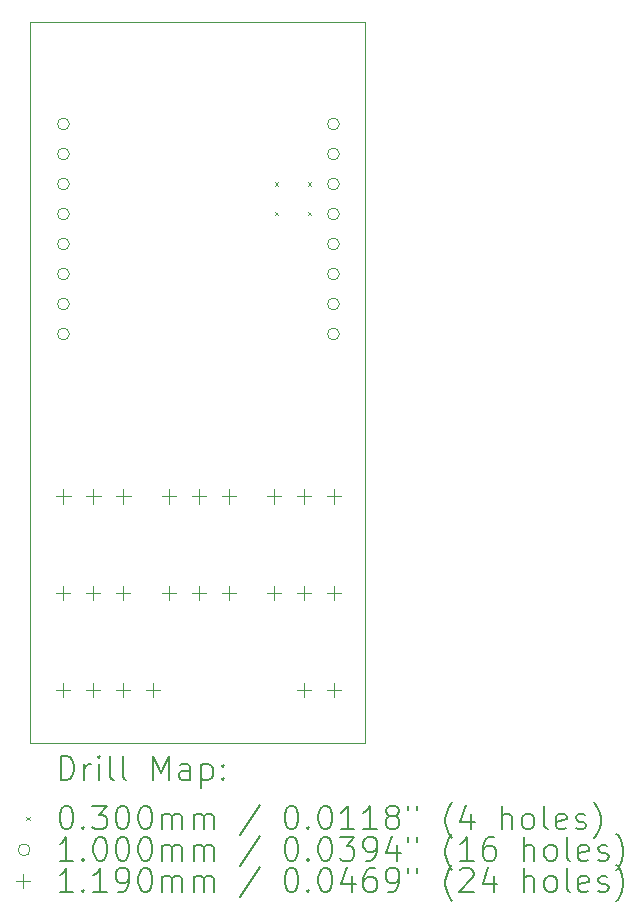
<source format=gbr>
%TF.GenerationSoftware,KiCad,Pcbnew,8.0.4*%
%TF.CreationDate,2024-07-25T20:30:32+02:00*%
%TF.ProjectId,hmmctrl,686d6d63-7472-46c2-9e6b-696361645f70,rev?*%
%TF.SameCoordinates,Original*%
%TF.FileFunction,Drillmap*%
%TF.FilePolarity,Positive*%
%FSLAX45Y45*%
G04 Gerber Fmt 4.5, Leading zero omitted, Abs format (unit mm)*
G04 Created by KiCad (PCBNEW 8.0.4) date 2024-07-25 20:30:32*
%MOMM*%
%LPD*%
G01*
G04 APERTURE LIST*
%ADD10C,0.050000*%
%ADD11C,0.200000*%
%ADD12C,0.100000*%
%ADD13C,0.119000*%
G04 APERTURE END LIST*
D10*
X8795000Y-2970000D02*
X11625000Y-2970000D01*
X11625000Y-9070000D01*
X8795000Y-9070000D01*
X8795000Y-2970000D01*
D11*
D12*
X10865000Y-4325000D02*
X10895000Y-4355000D01*
X10895000Y-4325000D02*
X10865000Y-4355000D01*
X10865000Y-4575000D02*
X10895000Y-4605000D01*
X10895000Y-4575000D02*
X10865000Y-4605000D01*
X11145000Y-4325000D02*
X11175000Y-4355000D01*
X11175000Y-4325000D02*
X11145000Y-4355000D01*
X11145000Y-4575000D02*
X11175000Y-4605000D01*
X11175000Y-4575000D02*
X11145000Y-4605000D01*
X9125500Y-3831000D02*
G75*
G02*
X9025500Y-3831000I-50000J0D01*
G01*
X9025500Y-3831000D02*
G75*
G02*
X9125500Y-3831000I50000J0D01*
G01*
X9125500Y-4085000D02*
G75*
G02*
X9025500Y-4085000I-50000J0D01*
G01*
X9025500Y-4085000D02*
G75*
G02*
X9125500Y-4085000I50000J0D01*
G01*
X9125500Y-4339000D02*
G75*
G02*
X9025500Y-4339000I-50000J0D01*
G01*
X9025500Y-4339000D02*
G75*
G02*
X9125500Y-4339000I50000J0D01*
G01*
X9125500Y-4593000D02*
G75*
G02*
X9025500Y-4593000I-50000J0D01*
G01*
X9025500Y-4593000D02*
G75*
G02*
X9125500Y-4593000I50000J0D01*
G01*
X9125500Y-4847000D02*
G75*
G02*
X9025500Y-4847000I-50000J0D01*
G01*
X9025500Y-4847000D02*
G75*
G02*
X9125500Y-4847000I50000J0D01*
G01*
X9125500Y-5101000D02*
G75*
G02*
X9025500Y-5101000I-50000J0D01*
G01*
X9025500Y-5101000D02*
G75*
G02*
X9125500Y-5101000I50000J0D01*
G01*
X9125500Y-5355000D02*
G75*
G02*
X9025500Y-5355000I-50000J0D01*
G01*
X9025500Y-5355000D02*
G75*
G02*
X9125500Y-5355000I50000J0D01*
G01*
X9125500Y-5609000D02*
G75*
G02*
X9025500Y-5609000I-50000J0D01*
G01*
X9025500Y-5609000D02*
G75*
G02*
X9125500Y-5609000I50000J0D01*
G01*
X11411500Y-3831000D02*
G75*
G02*
X11311500Y-3831000I-50000J0D01*
G01*
X11311500Y-3831000D02*
G75*
G02*
X11411500Y-3831000I50000J0D01*
G01*
X11411500Y-4085000D02*
G75*
G02*
X11311500Y-4085000I-50000J0D01*
G01*
X11311500Y-4085000D02*
G75*
G02*
X11411500Y-4085000I50000J0D01*
G01*
X11411500Y-4339000D02*
G75*
G02*
X11311500Y-4339000I-50000J0D01*
G01*
X11311500Y-4339000D02*
G75*
G02*
X11411500Y-4339000I50000J0D01*
G01*
X11411500Y-4593000D02*
G75*
G02*
X11311500Y-4593000I-50000J0D01*
G01*
X11311500Y-4593000D02*
G75*
G02*
X11411500Y-4593000I50000J0D01*
G01*
X11411500Y-4847000D02*
G75*
G02*
X11311500Y-4847000I-50000J0D01*
G01*
X11311500Y-4847000D02*
G75*
G02*
X11411500Y-4847000I50000J0D01*
G01*
X11411500Y-5101000D02*
G75*
G02*
X11311500Y-5101000I-50000J0D01*
G01*
X11311500Y-5101000D02*
G75*
G02*
X11411500Y-5101000I50000J0D01*
G01*
X11411500Y-5355000D02*
G75*
G02*
X11311500Y-5355000I-50000J0D01*
G01*
X11311500Y-5355000D02*
G75*
G02*
X11411500Y-5355000I50000J0D01*
G01*
X11411500Y-5609000D02*
G75*
G02*
X11311500Y-5609000I-50000J0D01*
G01*
X11311500Y-5609000D02*
G75*
G02*
X11411500Y-5609000I50000J0D01*
G01*
D13*
X9073000Y-8563500D02*
X9073000Y-8682500D01*
X9013500Y-8623000D02*
X9132500Y-8623000D01*
X9075000Y-7745500D02*
X9075000Y-7864500D01*
X9015500Y-7805000D02*
X9134500Y-7805000D01*
X9076000Y-6925500D02*
X9076000Y-7044500D01*
X9016500Y-6985000D02*
X9135500Y-6985000D01*
X9327000Y-8563500D02*
X9327000Y-8682500D01*
X9267500Y-8623000D02*
X9386500Y-8623000D01*
X9329000Y-7745500D02*
X9329000Y-7864500D01*
X9269500Y-7805000D02*
X9388500Y-7805000D01*
X9330000Y-6925500D02*
X9330000Y-7044500D01*
X9270500Y-6985000D02*
X9389500Y-6985000D01*
X9581000Y-8563500D02*
X9581000Y-8682500D01*
X9521500Y-8623000D02*
X9640500Y-8623000D01*
X9583000Y-7745500D02*
X9583000Y-7864500D01*
X9523500Y-7805000D02*
X9642500Y-7805000D01*
X9584000Y-6925500D02*
X9584000Y-7044500D01*
X9524500Y-6985000D02*
X9643500Y-6985000D01*
X9835000Y-8563500D02*
X9835000Y-8682500D01*
X9775500Y-8623000D02*
X9894500Y-8623000D01*
X9967000Y-6925500D02*
X9967000Y-7044500D01*
X9907500Y-6985000D02*
X10026500Y-6985000D01*
X9967500Y-7745500D02*
X9967500Y-7864500D01*
X9908000Y-7805000D02*
X10027000Y-7805000D01*
X10221000Y-6925500D02*
X10221000Y-7044500D01*
X10161500Y-6985000D02*
X10280500Y-6985000D01*
X10221500Y-7745500D02*
X10221500Y-7864500D01*
X10162000Y-7805000D02*
X10281000Y-7805000D01*
X10475000Y-6925500D02*
X10475000Y-7044500D01*
X10415500Y-6985000D02*
X10534500Y-6985000D01*
X10475500Y-7745500D02*
X10475500Y-7864500D01*
X10416000Y-7805000D02*
X10535000Y-7805000D01*
X10860000Y-7746000D02*
X10860000Y-7865000D01*
X10800500Y-7805500D02*
X10919500Y-7805500D01*
X10862000Y-6925500D02*
X10862000Y-7044500D01*
X10802500Y-6985000D02*
X10921500Y-6985000D01*
X11114000Y-7746000D02*
X11114000Y-7865000D01*
X11054500Y-7805500D02*
X11173500Y-7805500D01*
X11116000Y-6925500D02*
X11116000Y-7044500D01*
X11056500Y-6985000D02*
X11175500Y-6985000D01*
X11116000Y-8563500D02*
X11116000Y-8682500D01*
X11056500Y-8623000D02*
X11175500Y-8623000D01*
X11368000Y-7746000D02*
X11368000Y-7865000D01*
X11308500Y-7805500D02*
X11427500Y-7805500D01*
X11370000Y-6925500D02*
X11370000Y-7044500D01*
X11310500Y-6985000D02*
X11429500Y-6985000D01*
X11370000Y-8563500D02*
X11370000Y-8682500D01*
X11310500Y-8623000D02*
X11429500Y-8623000D01*
D11*
X9053277Y-9383984D02*
X9053277Y-9183984D01*
X9053277Y-9183984D02*
X9100896Y-9183984D01*
X9100896Y-9183984D02*
X9129467Y-9193508D01*
X9129467Y-9193508D02*
X9148515Y-9212555D01*
X9148515Y-9212555D02*
X9158039Y-9231603D01*
X9158039Y-9231603D02*
X9167563Y-9269698D01*
X9167563Y-9269698D02*
X9167563Y-9298270D01*
X9167563Y-9298270D02*
X9158039Y-9336365D01*
X9158039Y-9336365D02*
X9148515Y-9355412D01*
X9148515Y-9355412D02*
X9129467Y-9374460D01*
X9129467Y-9374460D02*
X9100896Y-9383984D01*
X9100896Y-9383984D02*
X9053277Y-9383984D01*
X9253277Y-9383984D02*
X9253277Y-9250650D01*
X9253277Y-9288746D02*
X9262801Y-9269698D01*
X9262801Y-9269698D02*
X9272324Y-9260174D01*
X9272324Y-9260174D02*
X9291372Y-9250650D01*
X9291372Y-9250650D02*
X9310420Y-9250650D01*
X9377086Y-9383984D02*
X9377086Y-9250650D01*
X9377086Y-9183984D02*
X9367563Y-9193508D01*
X9367563Y-9193508D02*
X9377086Y-9203031D01*
X9377086Y-9203031D02*
X9386610Y-9193508D01*
X9386610Y-9193508D02*
X9377086Y-9183984D01*
X9377086Y-9183984D02*
X9377086Y-9203031D01*
X9500896Y-9383984D02*
X9481848Y-9374460D01*
X9481848Y-9374460D02*
X9472324Y-9355412D01*
X9472324Y-9355412D02*
X9472324Y-9183984D01*
X9605658Y-9383984D02*
X9586610Y-9374460D01*
X9586610Y-9374460D02*
X9577086Y-9355412D01*
X9577086Y-9355412D02*
X9577086Y-9183984D01*
X9834229Y-9383984D02*
X9834229Y-9183984D01*
X9834229Y-9183984D02*
X9900896Y-9326841D01*
X9900896Y-9326841D02*
X9967563Y-9183984D01*
X9967563Y-9183984D02*
X9967563Y-9383984D01*
X10148515Y-9383984D02*
X10148515Y-9279222D01*
X10148515Y-9279222D02*
X10138991Y-9260174D01*
X10138991Y-9260174D02*
X10119944Y-9250650D01*
X10119944Y-9250650D02*
X10081848Y-9250650D01*
X10081848Y-9250650D02*
X10062801Y-9260174D01*
X10148515Y-9374460D02*
X10129467Y-9383984D01*
X10129467Y-9383984D02*
X10081848Y-9383984D01*
X10081848Y-9383984D02*
X10062801Y-9374460D01*
X10062801Y-9374460D02*
X10053277Y-9355412D01*
X10053277Y-9355412D02*
X10053277Y-9336365D01*
X10053277Y-9336365D02*
X10062801Y-9317317D01*
X10062801Y-9317317D02*
X10081848Y-9307793D01*
X10081848Y-9307793D02*
X10129467Y-9307793D01*
X10129467Y-9307793D02*
X10148515Y-9298270D01*
X10243753Y-9250650D02*
X10243753Y-9450650D01*
X10243753Y-9260174D02*
X10262801Y-9250650D01*
X10262801Y-9250650D02*
X10300896Y-9250650D01*
X10300896Y-9250650D02*
X10319944Y-9260174D01*
X10319944Y-9260174D02*
X10329467Y-9269698D01*
X10329467Y-9269698D02*
X10338991Y-9288746D01*
X10338991Y-9288746D02*
X10338991Y-9345889D01*
X10338991Y-9345889D02*
X10329467Y-9364936D01*
X10329467Y-9364936D02*
X10319944Y-9374460D01*
X10319944Y-9374460D02*
X10300896Y-9383984D01*
X10300896Y-9383984D02*
X10262801Y-9383984D01*
X10262801Y-9383984D02*
X10243753Y-9374460D01*
X10424705Y-9364936D02*
X10434229Y-9374460D01*
X10434229Y-9374460D02*
X10424705Y-9383984D01*
X10424705Y-9383984D02*
X10415182Y-9374460D01*
X10415182Y-9374460D02*
X10424705Y-9364936D01*
X10424705Y-9364936D02*
X10424705Y-9383984D01*
X10424705Y-9260174D02*
X10434229Y-9269698D01*
X10434229Y-9269698D02*
X10424705Y-9279222D01*
X10424705Y-9279222D02*
X10415182Y-9269698D01*
X10415182Y-9269698D02*
X10424705Y-9260174D01*
X10424705Y-9260174D02*
X10424705Y-9279222D01*
D12*
X8762500Y-9697500D02*
X8792500Y-9727500D01*
X8792500Y-9697500D02*
X8762500Y-9727500D01*
D11*
X9091372Y-9603984D02*
X9110420Y-9603984D01*
X9110420Y-9603984D02*
X9129467Y-9613508D01*
X9129467Y-9613508D02*
X9138991Y-9623031D01*
X9138991Y-9623031D02*
X9148515Y-9642079D01*
X9148515Y-9642079D02*
X9158039Y-9680174D01*
X9158039Y-9680174D02*
X9158039Y-9727793D01*
X9158039Y-9727793D02*
X9148515Y-9765889D01*
X9148515Y-9765889D02*
X9138991Y-9784936D01*
X9138991Y-9784936D02*
X9129467Y-9794460D01*
X9129467Y-9794460D02*
X9110420Y-9803984D01*
X9110420Y-9803984D02*
X9091372Y-9803984D01*
X9091372Y-9803984D02*
X9072324Y-9794460D01*
X9072324Y-9794460D02*
X9062801Y-9784936D01*
X9062801Y-9784936D02*
X9053277Y-9765889D01*
X9053277Y-9765889D02*
X9043753Y-9727793D01*
X9043753Y-9727793D02*
X9043753Y-9680174D01*
X9043753Y-9680174D02*
X9053277Y-9642079D01*
X9053277Y-9642079D02*
X9062801Y-9623031D01*
X9062801Y-9623031D02*
X9072324Y-9613508D01*
X9072324Y-9613508D02*
X9091372Y-9603984D01*
X9243753Y-9784936D02*
X9253277Y-9794460D01*
X9253277Y-9794460D02*
X9243753Y-9803984D01*
X9243753Y-9803984D02*
X9234229Y-9794460D01*
X9234229Y-9794460D02*
X9243753Y-9784936D01*
X9243753Y-9784936D02*
X9243753Y-9803984D01*
X9319944Y-9603984D02*
X9443753Y-9603984D01*
X9443753Y-9603984D02*
X9377086Y-9680174D01*
X9377086Y-9680174D02*
X9405658Y-9680174D01*
X9405658Y-9680174D02*
X9424705Y-9689698D01*
X9424705Y-9689698D02*
X9434229Y-9699222D01*
X9434229Y-9699222D02*
X9443753Y-9718270D01*
X9443753Y-9718270D02*
X9443753Y-9765889D01*
X9443753Y-9765889D02*
X9434229Y-9784936D01*
X9434229Y-9784936D02*
X9424705Y-9794460D01*
X9424705Y-9794460D02*
X9405658Y-9803984D01*
X9405658Y-9803984D02*
X9348515Y-9803984D01*
X9348515Y-9803984D02*
X9329467Y-9794460D01*
X9329467Y-9794460D02*
X9319944Y-9784936D01*
X9567563Y-9603984D02*
X9586610Y-9603984D01*
X9586610Y-9603984D02*
X9605658Y-9613508D01*
X9605658Y-9613508D02*
X9615182Y-9623031D01*
X9615182Y-9623031D02*
X9624705Y-9642079D01*
X9624705Y-9642079D02*
X9634229Y-9680174D01*
X9634229Y-9680174D02*
X9634229Y-9727793D01*
X9634229Y-9727793D02*
X9624705Y-9765889D01*
X9624705Y-9765889D02*
X9615182Y-9784936D01*
X9615182Y-9784936D02*
X9605658Y-9794460D01*
X9605658Y-9794460D02*
X9586610Y-9803984D01*
X9586610Y-9803984D02*
X9567563Y-9803984D01*
X9567563Y-9803984D02*
X9548515Y-9794460D01*
X9548515Y-9794460D02*
X9538991Y-9784936D01*
X9538991Y-9784936D02*
X9529467Y-9765889D01*
X9529467Y-9765889D02*
X9519944Y-9727793D01*
X9519944Y-9727793D02*
X9519944Y-9680174D01*
X9519944Y-9680174D02*
X9529467Y-9642079D01*
X9529467Y-9642079D02*
X9538991Y-9623031D01*
X9538991Y-9623031D02*
X9548515Y-9613508D01*
X9548515Y-9613508D02*
X9567563Y-9603984D01*
X9758039Y-9603984D02*
X9777086Y-9603984D01*
X9777086Y-9603984D02*
X9796134Y-9613508D01*
X9796134Y-9613508D02*
X9805658Y-9623031D01*
X9805658Y-9623031D02*
X9815182Y-9642079D01*
X9815182Y-9642079D02*
X9824705Y-9680174D01*
X9824705Y-9680174D02*
X9824705Y-9727793D01*
X9824705Y-9727793D02*
X9815182Y-9765889D01*
X9815182Y-9765889D02*
X9805658Y-9784936D01*
X9805658Y-9784936D02*
X9796134Y-9794460D01*
X9796134Y-9794460D02*
X9777086Y-9803984D01*
X9777086Y-9803984D02*
X9758039Y-9803984D01*
X9758039Y-9803984D02*
X9738991Y-9794460D01*
X9738991Y-9794460D02*
X9729467Y-9784936D01*
X9729467Y-9784936D02*
X9719944Y-9765889D01*
X9719944Y-9765889D02*
X9710420Y-9727793D01*
X9710420Y-9727793D02*
X9710420Y-9680174D01*
X9710420Y-9680174D02*
X9719944Y-9642079D01*
X9719944Y-9642079D02*
X9729467Y-9623031D01*
X9729467Y-9623031D02*
X9738991Y-9613508D01*
X9738991Y-9613508D02*
X9758039Y-9603984D01*
X9910420Y-9803984D02*
X9910420Y-9670650D01*
X9910420Y-9689698D02*
X9919944Y-9680174D01*
X9919944Y-9680174D02*
X9938991Y-9670650D01*
X9938991Y-9670650D02*
X9967563Y-9670650D01*
X9967563Y-9670650D02*
X9986610Y-9680174D01*
X9986610Y-9680174D02*
X9996134Y-9699222D01*
X9996134Y-9699222D02*
X9996134Y-9803984D01*
X9996134Y-9699222D02*
X10005658Y-9680174D01*
X10005658Y-9680174D02*
X10024705Y-9670650D01*
X10024705Y-9670650D02*
X10053277Y-9670650D01*
X10053277Y-9670650D02*
X10072325Y-9680174D01*
X10072325Y-9680174D02*
X10081848Y-9699222D01*
X10081848Y-9699222D02*
X10081848Y-9803984D01*
X10177086Y-9803984D02*
X10177086Y-9670650D01*
X10177086Y-9689698D02*
X10186610Y-9680174D01*
X10186610Y-9680174D02*
X10205658Y-9670650D01*
X10205658Y-9670650D02*
X10234229Y-9670650D01*
X10234229Y-9670650D02*
X10253277Y-9680174D01*
X10253277Y-9680174D02*
X10262801Y-9699222D01*
X10262801Y-9699222D02*
X10262801Y-9803984D01*
X10262801Y-9699222D02*
X10272325Y-9680174D01*
X10272325Y-9680174D02*
X10291372Y-9670650D01*
X10291372Y-9670650D02*
X10319944Y-9670650D01*
X10319944Y-9670650D02*
X10338991Y-9680174D01*
X10338991Y-9680174D02*
X10348515Y-9699222D01*
X10348515Y-9699222D02*
X10348515Y-9803984D01*
X10738991Y-9594460D02*
X10567563Y-9851603D01*
X10996134Y-9603984D02*
X11015182Y-9603984D01*
X11015182Y-9603984D02*
X11034229Y-9613508D01*
X11034229Y-9613508D02*
X11043753Y-9623031D01*
X11043753Y-9623031D02*
X11053277Y-9642079D01*
X11053277Y-9642079D02*
X11062801Y-9680174D01*
X11062801Y-9680174D02*
X11062801Y-9727793D01*
X11062801Y-9727793D02*
X11053277Y-9765889D01*
X11053277Y-9765889D02*
X11043753Y-9784936D01*
X11043753Y-9784936D02*
X11034229Y-9794460D01*
X11034229Y-9794460D02*
X11015182Y-9803984D01*
X11015182Y-9803984D02*
X10996134Y-9803984D01*
X10996134Y-9803984D02*
X10977087Y-9794460D01*
X10977087Y-9794460D02*
X10967563Y-9784936D01*
X10967563Y-9784936D02*
X10958039Y-9765889D01*
X10958039Y-9765889D02*
X10948515Y-9727793D01*
X10948515Y-9727793D02*
X10948515Y-9680174D01*
X10948515Y-9680174D02*
X10958039Y-9642079D01*
X10958039Y-9642079D02*
X10967563Y-9623031D01*
X10967563Y-9623031D02*
X10977087Y-9613508D01*
X10977087Y-9613508D02*
X10996134Y-9603984D01*
X11148515Y-9784936D02*
X11158039Y-9794460D01*
X11158039Y-9794460D02*
X11148515Y-9803984D01*
X11148515Y-9803984D02*
X11138991Y-9794460D01*
X11138991Y-9794460D02*
X11148515Y-9784936D01*
X11148515Y-9784936D02*
X11148515Y-9803984D01*
X11281848Y-9603984D02*
X11300896Y-9603984D01*
X11300896Y-9603984D02*
X11319944Y-9613508D01*
X11319944Y-9613508D02*
X11329467Y-9623031D01*
X11329467Y-9623031D02*
X11338991Y-9642079D01*
X11338991Y-9642079D02*
X11348515Y-9680174D01*
X11348515Y-9680174D02*
X11348515Y-9727793D01*
X11348515Y-9727793D02*
X11338991Y-9765889D01*
X11338991Y-9765889D02*
X11329467Y-9784936D01*
X11329467Y-9784936D02*
X11319944Y-9794460D01*
X11319944Y-9794460D02*
X11300896Y-9803984D01*
X11300896Y-9803984D02*
X11281848Y-9803984D01*
X11281848Y-9803984D02*
X11262801Y-9794460D01*
X11262801Y-9794460D02*
X11253277Y-9784936D01*
X11253277Y-9784936D02*
X11243753Y-9765889D01*
X11243753Y-9765889D02*
X11234229Y-9727793D01*
X11234229Y-9727793D02*
X11234229Y-9680174D01*
X11234229Y-9680174D02*
X11243753Y-9642079D01*
X11243753Y-9642079D02*
X11253277Y-9623031D01*
X11253277Y-9623031D02*
X11262801Y-9613508D01*
X11262801Y-9613508D02*
X11281848Y-9603984D01*
X11538991Y-9803984D02*
X11424706Y-9803984D01*
X11481848Y-9803984D02*
X11481848Y-9603984D01*
X11481848Y-9603984D02*
X11462801Y-9632555D01*
X11462801Y-9632555D02*
X11443753Y-9651603D01*
X11443753Y-9651603D02*
X11424706Y-9661127D01*
X11729467Y-9803984D02*
X11615182Y-9803984D01*
X11672325Y-9803984D02*
X11672325Y-9603984D01*
X11672325Y-9603984D02*
X11653277Y-9632555D01*
X11653277Y-9632555D02*
X11634229Y-9651603D01*
X11634229Y-9651603D02*
X11615182Y-9661127D01*
X11843753Y-9689698D02*
X11824706Y-9680174D01*
X11824706Y-9680174D02*
X11815182Y-9670650D01*
X11815182Y-9670650D02*
X11805658Y-9651603D01*
X11805658Y-9651603D02*
X11805658Y-9642079D01*
X11805658Y-9642079D02*
X11815182Y-9623031D01*
X11815182Y-9623031D02*
X11824706Y-9613508D01*
X11824706Y-9613508D02*
X11843753Y-9603984D01*
X11843753Y-9603984D02*
X11881848Y-9603984D01*
X11881848Y-9603984D02*
X11900896Y-9613508D01*
X11900896Y-9613508D02*
X11910420Y-9623031D01*
X11910420Y-9623031D02*
X11919944Y-9642079D01*
X11919944Y-9642079D02*
X11919944Y-9651603D01*
X11919944Y-9651603D02*
X11910420Y-9670650D01*
X11910420Y-9670650D02*
X11900896Y-9680174D01*
X11900896Y-9680174D02*
X11881848Y-9689698D01*
X11881848Y-9689698D02*
X11843753Y-9689698D01*
X11843753Y-9689698D02*
X11824706Y-9699222D01*
X11824706Y-9699222D02*
X11815182Y-9708746D01*
X11815182Y-9708746D02*
X11805658Y-9727793D01*
X11805658Y-9727793D02*
X11805658Y-9765889D01*
X11805658Y-9765889D02*
X11815182Y-9784936D01*
X11815182Y-9784936D02*
X11824706Y-9794460D01*
X11824706Y-9794460D02*
X11843753Y-9803984D01*
X11843753Y-9803984D02*
X11881848Y-9803984D01*
X11881848Y-9803984D02*
X11900896Y-9794460D01*
X11900896Y-9794460D02*
X11910420Y-9784936D01*
X11910420Y-9784936D02*
X11919944Y-9765889D01*
X11919944Y-9765889D02*
X11919944Y-9727793D01*
X11919944Y-9727793D02*
X11910420Y-9708746D01*
X11910420Y-9708746D02*
X11900896Y-9699222D01*
X11900896Y-9699222D02*
X11881848Y-9689698D01*
X11996134Y-9603984D02*
X11996134Y-9642079D01*
X12072325Y-9603984D02*
X12072325Y-9642079D01*
X12367563Y-9880174D02*
X12358039Y-9870650D01*
X12358039Y-9870650D02*
X12338991Y-9842079D01*
X12338991Y-9842079D02*
X12329468Y-9823031D01*
X12329468Y-9823031D02*
X12319944Y-9794460D01*
X12319944Y-9794460D02*
X12310420Y-9746841D01*
X12310420Y-9746841D02*
X12310420Y-9708746D01*
X12310420Y-9708746D02*
X12319944Y-9661127D01*
X12319944Y-9661127D02*
X12329468Y-9632555D01*
X12329468Y-9632555D02*
X12338991Y-9613508D01*
X12338991Y-9613508D02*
X12358039Y-9584936D01*
X12358039Y-9584936D02*
X12367563Y-9575412D01*
X12529468Y-9670650D02*
X12529468Y-9803984D01*
X12481848Y-9594460D02*
X12434229Y-9737317D01*
X12434229Y-9737317D02*
X12558039Y-9737317D01*
X12786610Y-9803984D02*
X12786610Y-9603984D01*
X12872325Y-9803984D02*
X12872325Y-9699222D01*
X12872325Y-9699222D02*
X12862801Y-9680174D01*
X12862801Y-9680174D02*
X12843753Y-9670650D01*
X12843753Y-9670650D02*
X12815182Y-9670650D01*
X12815182Y-9670650D02*
X12796134Y-9680174D01*
X12796134Y-9680174D02*
X12786610Y-9689698D01*
X12996134Y-9803984D02*
X12977087Y-9794460D01*
X12977087Y-9794460D02*
X12967563Y-9784936D01*
X12967563Y-9784936D02*
X12958039Y-9765889D01*
X12958039Y-9765889D02*
X12958039Y-9708746D01*
X12958039Y-9708746D02*
X12967563Y-9689698D01*
X12967563Y-9689698D02*
X12977087Y-9680174D01*
X12977087Y-9680174D02*
X12996134Y-9670650D01*
X12996134Y-9670650D02*
X13024706Y-9670650D01*
X13024706Y-9670650D02*
X13043753Y-9680174D01*
X13043753Y-9680174D02*
X13053277Y-9689698D01*
X13053277Y-9689698D02*
X13062801Y-9708746D01*
X13062801Y-9708746D02*
X13062801Y-9765889D01*
X13062801Y-9765889D02*
X13053277Y-9784936D01*
X13053277Y-9784936D02*
X13043753Y-9794460D01*
X13043753Y-9794460D02*
X13024706Y-9803984D01*
X13024706Y-9803984D02*
X12996134Y-9803984D01*
X13177087Y-9803984D02*
X13158039Y-9794460D01*
X13158039Y-9794460D02*
X13148515Y-9775412D01*
X13148515Y-9775412D02*
X13148515Y-9603984D01*
X13329468Y-9794460D02*
X13310420Y-9803984D01*
X13310420Y-9803984D02*
X13272325Y-9803984D01*
X13272325Y-9803984D02*
X13253277Y-9794460D01*
X13253277Y-9794460D02*
X13243753Y-9775412D01*
X13243753Y-9775412D02*
X13243753Y-9699222D01*
X13243753Y-9699222D02*
X13253277Y-9680174D01*
X13253277Y-9680174D02*
X13272325Y-9670650D01*
X13272325Y-9670650D02*
X13310420Y-9670650D01*
X13310420Y-9670650D02*
X13329468Y-9680174D01*
X13329468Y-9680174D02*
X13338991Y-9699222D01*
X13338991Y-9699222D02*
X13338991Y-9718270D01*
X13338991Y-9718270D02*
X13243753Y-9737317D01*
X13415182Y-9794460D02*
X13434230Y-9803984D01*
X13434230Y-9803984D02*
X13472325Y-9803984D01*
X13472325Y-9803984D02*
X13491372Y-9794460D01*
X13491372Y-9794460D02*
X13500896Y-9775412D01*
X13500896Y-9775412D02*
X13500896Y-9765889D01*
X13500896Y-9765889D02*
X13491372Y-9746841D01*
X13491372Y-9746841D02*
X13472325Y-9737317D01*
X13472325Y-9737317D02*
X13443753Y-9737317D01*
X13443753Y-9737317D02*
X13424706Y-9727793D01*
X13424706Y-9727793D02*
X13415182Y-9708746D01*
X13415182Y-9708746D02*
X13415182Y-9699222D01*
X13415182Y-9699222D02*
X13424706Y-9680174D01*
X13424706Y-9680174D02*
X13443753Y-9670650D01*
X13443753Y-9670650D02*
X13472325Y-9670650D01*
X13472325Y-9670650D02*
X13491372Y-9680174D01*
X13567563Y-9880174D02*
X13577087Y-9870650D01*
X13577087Y-9870650D02*
X13596134Y-9842079D01*
X13596134Y-9842079D02*
X13605658Y-9823031D01*
X13605658Y-9823031D02*
X13615182Y-9794460D01*
X13615182Y-9794460D02*
X13624706Y-9746841D01*
X13624706Y-9746841D02*
X13624706Y-9708746D01*
X13624706Y-9708746D02*
X13615182Y-9661127D01*
X13615182Y-9661127D02*
X13605658Y-9632555D01*
X13605658Y-9632555D02*
X13596134Y-9613508D01*
X13596134Y-9613508D02*
X13577087Y-9584936D01*
X13577087Y-9584936D02*
X13567563Y-9575412D01*
D12*
X8792500Y-9976500D02*
G75*
G02*
X8692500Y-9976500I-50000J0D01*
G01*
X8692500Y-9976500D02*
G75*
G02*
X8792500Y-9976500I50000J0D01*
G01*
D11*
X9158039Y-10067984D02*
X9043753Y-10067984D01*
X9100896Y-10067984D02*
X9100896Y-9867984D01*
X9100896Y-9867984D02*
X9081848Y-9896555D01*
X9081848Y-9896555D02*
X9062801Y-9915603D01*
X9062801Y-9915603D02*
X9043753Y-9925127D01*
X9243753Y-10048936D02*
X9253277Y-10058460D01*
X9253277Y-10058460D02*
X9243753Y-10067984D01*
X9243753Y-10067984D02*
X9234229Y-10058460D01*
X9234229Y-10058460D02*
X9243753Y-10048936D01*
X9243753Y-10048936D02*
X9243753Y-10067984D01*
X9377086Y-9867984D02*
X9396134Y-9867984D01*
X9396134Y-9867984D02*
X9415182Y-9877508D01*
X9415182Y-9877508D02*
X9424705Y-9887031D01*
X9424705Y-9887031D02*
X9434229Y-9906079D01*
X9434229Y-9906079D02*
X9443753Y-9944174D01*
X9443753Y-9944174D02*
X9443753Y-9991793D01*
X9443753Y-9991793D02*
X9434229Y-10029889D01*
X9434229Y-10029889D02*
X9424705Y-10048936D01*
X9424705Y-10048936D02*
X9415182Y-10058460D01*
X9415182Y-10058460D02*
X9396134Y-10067984D01*
X9396134Y-10067984D02*
X9377086Y-10067984D01*
X9377086Y-10067984D02*
X9358039Y-10058460D01*
X9358039Y-10058460D02*
X9348515Y-10048936D01*
X9348515Y-10048936D02*
X9338991Y-10029889D01*
X9338991Y-10029889D02*
X9329467Y-9991793D01*
X9329467Y-9991793D02*
X9329467Y-9944174D01*
X9329467Y-9944174D02*
X9338991Y-9906079D01*
X9338991Y-9906079D02*
X9348515Y-9887031D01*
X9348515Y-9887031D02*
X9358039Y-9877508D01*
X9358039Y-9877508D02*
X9377086Y-9867984D01*
X9567563Y-9867984D02*
X9586610Y-9867984D01*
X9586610Y-9867984D02*
X9605658Y-9877508D01*
X9605658Y-9877508D02*
X9615182Y-9887031D01*
X9615182Y-9887031D02*
X9624705Y-9906079D01*
X9624705Y-9906079D02*
X9634229Y-9944174D01*
X9634229Y-9944174D02*
X9634229Y-9991793D01*
X9634229Y-9991793D02*
X9624705Y-10029889D01*
X9624705Y-10029889D02*
X9615182Y-10048936D01*
X9615182Y-10048936D02*
X9605658Y-10058460D01*
X9605658Y-10058460D02*
X9586610Y-10067984D01*
X9586610Y-10067984D02*
X9567563Y-10067984D01*
X9567563Y-10067984D02*
X9548515Y-10058460D01*
X9548515Y-10058460D02*
X9538991Y-10048936D01*
X9538991Y-10048936D02*
X9529467Y-10029889D01*
X9529467Y-10029889D02*
X9519944Y-9991793D01*
X9519944Y-9991793D02*
X9519944Y-9944174D01*
X9519944Y-9944174D02*
X9529467Y-9906079D01*
X9529467Y-9906079D02*
X9538991Y-9887031D01*
X9538991Y-9887031D02*
X9548515Y-9877508D01*
X9548515Y-9877508D02*
X9567563Y-9867984D01*
X9758039Y-9867984D02*
X9777086Y-9867984D01*
X9777086Y-9867984D02*
X9796134Y-9877508D01*
X9796134Y-9877508D02*
X9805658Y-9887031D01*
X9805658Y-9887031D02*
X9815182Y-9906079D01*
X9815182Y-9906079D02*
X9824705Y-9944174D01*
X9824705Y-9944174D02*
X9824705Y-9991793D01*
X9824705Y-9991793D02*
X9815182Y-10029889D01*
X9815182Y-10029889D02*
X9805658Y-10048936D01*
X9805658Y-10048936D02*
X9796134Y-10058460D01*
X9796134Y-10058460D02*
X9777086Y-10067984D01*
X9777086Y-10067984D02*
X9758039Y-10067984D01*
X9758039Y-10067984D02*
X9738991Y-10058460D01*
X9738991Y-10058460D02*
X9729467Y-10048936D01*
X9729467Y-10048936D02*
X9719944Y-10029889D01*
X9719944Y-10029889D02*
X9710420Y-9991793D01*
X9710420Y-9991793D02*
X9710420Y-9944174D01*
X9710420Y-9944174D02*
X9719944Y-9906079D01*
X9719944Y-9906079D02*
X9729467Y-9887031D01*
X9729467Y-9887031D02*
X9738991Y-9877508D01*
X9738991Y-9877508D02*
X9758039Y-9867984D01*
X9910420Y-10067984D02*
X9910420Y-9934650D01*
X9910420Y-9953698D02*
X9919944Y-9944174D01*
X9919944Y-9944174D02*
X9938991Y-9934650D01*
X9938991Y-9934650D02*
X9967563Y-9934650D01*
X9967563Y-9934650D02*
X9986610Y-9944174D01*
X9986610Y-9944174D02*
X9996134Y-9963222D01*
X9996134Y-9963222D02*
X9996134Y-10067984D01*
X9996134Y-9963222D02*
X10005658Y-9944174D01*
X10005658Y-9944174D02*
X10024705Y-9934650D01*
X10024705Y-9934650D02*
X10053277Y-9934650D01*
X10053277Y-9934650D02*
X10072325Y-9944174D01*
X10072325Y-9944174D02*
X10081848Y-9963222D01*
X10081848Y-9963222D02*
X10081848Y-10067984D01*
X10177086Y-10067984D02*
X10177086Y-9934650D01*
X10177086Y-9953698D02*
X10186610Y-9944174D01*
X10186610Y-9944174D02*
X10205658Y-9934650D01*
X10205658Y-9934650D02*
X10234229Y-9934650D01*
X10234229Y-9934650D02*
X10253277Y-9944174D01*
X10253277Y-9944174D02*
X10262801Y-9963222D01*
X10262801Y-9963222D02*
X10262801Y-10067984D01*
X10262801Y-9963222D02*
X10272325Y-9944174D01*
X10272325Y-9944174D02*
X10291372Y-9934650D01*
X10291372Y-9934650D02*
X10319944Y-9934650D01*
X10319944Y-9934650D02*
X10338991Y-9944174D01*
X10338991Y-9944174D02*
X10348515Y-9963222D01*
X10348515Y-9963222D02*
X10348515Y-10067984D01*
X10738991Y-9858460D02*
X10567563Y-10115603D01*
X10996134Y-9867984D02*
X11015182Y-9867984D01*
X11015182Y-9867984D02*
X11034229Y-9877508D01*
X11034229Y-9877508D02*
X11043753Y-9887031D01*
X11043753Y-9887031D02*
X11053277Y-9906079D01*
X11053277Y-9906079D02*
X11062801Y-9944174D01*
X11062801Y-9944174D02*
X11062801Y-9991793D01*
X11062801Y-9991793D02*
X11053277Y-10029889D01*
X11053277Y-10029889D02*
X11043753Y-10048936D01*
X11043753Y-10048936D02*
X11034229Y-10058460D01*
X11034229Y-10058460D02*
X11015182Y-10067984D01*
X11015182Y-10067984D02*
X10996134Y-10067984D01*
X10996134Y-10067984D02*
X10977087Y-10058460D01*
X10977087Y-10058460D02*
X10967563Y-10048936D01*
X10967563Y-10048936D02*
X10958039Y-10029889D01*
X10958039Y-10029889D02*
X10948515Y-9991793D01*
X10948515Y-9991793D02*
X10948515Y-9944174D01*
X10948515Y-9944174D02*
X10958039Y-9906079D01*
X10958039Y-9906079D02*
X10967563Y-9887031D01*
X10967563Y-9887031D02*
X10977087Y-9877508D01*
X10977087Y-9877508D02*
X10996134Y-9867984D01*
X11148515Y-10048936D02*
X11158039Y-10058460D01*
X11158039Y-10058460D02*
X11148515Y-10067984D01*
X11148515Y-10067984D02*
X11138991Y-10058460D01*
X11138991Y-10058460D02*
X11148515Y-10048936D01*
X11148515Y-10048936D02*
X11148515Y-10067984D01*
X11281848Y-9867984D02*
X11300896Y-9867984D01*
X11300896Y-9867984D02*
X11319944Y-9877508D01*
X11319944Y-9877508D02*
X11329467Y-9887031D01*
X11329467Y-9887031D02*
X11338991Y-9906079D01*
X11338991Y-9906079D02*
X11348515Y-9944174D01*
X11348515Y-9944174D02*
X11348515Y-9991793D01*
X11348515Y-9991793D02*
X11338991Y-10029889D01*
X11338991Y-10029889D02*
X11329467Y-10048936D01*
X11329467Y-10048936D02*
X11319944Y-10058460D01*
X11319944Y-10058460D02*
X11300896Y-10067984D01*
X11300896Y-10067984D02*
X11281848Y-10067984D01*
X11281848Y-10067984D02*
X11262801Y-10058460D01*
X11262801Y-10058460D02*
X11253277Y-10048936D01*
X11253277Y-10048936D02*
X11243753Y-10029889D01*
X11243753Y-10029889D02*
X11234229Y-9991793D01*
X11234229Y-9991793D02*
X11234229Y-9944174D01*
X11234229Y-9944174D02*
X11243753Y-9906079D01*
X11243753Y-9906079D02*
X11253277Y-9887031D01*
X11253277Y-9887031D02*
X11262801Y-9877508D01*
X11262801Y-9877508D02*
X11281848Y-9867984D01*
X11415182Y-9867984D02*
X11538991Y-9867984D01*
X11538991Y-9867984D02*
X11472325Y-9944174D01*
X11472325Y-9944174D02*
X11500896Y-9944174D01*
X11500896Y-9944174D02*
X11519944Y-9953698D01*
X11519944Y-9953698D02*
X11529467Y-9963222D01*
X11529467Y-9963222D02*
X11538991Y-9982270D01*
X11538991Y-9982270D02*
X11538991Y-10029889D01*
X11538991Y-10029889D02*
X11529467Y-10048936D01*
X11529467Y-10048936D02*
X11519944Y-10058460D01*
X11519944Y-10058460D02*
X11500896Y-10067984D01*
X11500896Y-10067984D02*
X11443753Y-10067984D01*
X11443753Y-10067984D02*
X11424706Y-10058460D01*
X11424706Y-10058460D02*
X11415182Y-10048936D01*
X11634229Y-10067984D02*
X11672325Y-10067984D01*
X11672325Y-10067984D02*
X11691372Y-10058460D01*
X11691372Y-10058460D02*
X11700896Y-10048936D01*
X11700896Y-10048936D02*
X11719944Y-10020365D01*
X11719944Y-10020365D02*
X11729467Y-9982270D01*
X11729467Y-9982270D02*
X11729467Y-9906079D01*
X11729467Y-9906079D02*
X11719944Y-9887031D01*
X11719944Y-9887031D02*
X11710420Y-9877508D01*
X11710420Y-9877508D02*
X11691372Y-9867984D01*
X11691372Y-9867984D02*
X11653277Y-9867984D01*
X11653277Y-9867984D02*
X11634229Y-9877508D01*
X11634229Y-9877508D02*
X11624706Y-9887031D01*
X11624706Y-9887031D02*
X11615182Y-9906079D01*
X11615182Y-9906079D02*
X11615182Y-9953698D01*
X11615182Y-9953698D02*
X11624706Y-9972746D01*
X11624706Y-9972746D02*
X11634229Y-9982270D01*
X11634229Y-9982270D02*
X11653277Y-9991793D01*
X11653277Y-9991793D02*
X11691372Y-9991793D01*
X11691372Y-9991793D02*
X11710420Y-9982270D01*
X11710420Y-9982270D02*
X11719944Y-9972746D01*
X11719944Y-9972746D02*
X11729467Y-9953698D01*
X11900896Y-9934650D02*
X11900896Y-10067984D01*
X11853277Y-9858460D02*
X11805658Y-10001317D01*
X11805658Y-10001317D02*
X11929467Y-10001317D01*
X11996134Y-9867984D02*
X11996134Y-9906079D01*
X12072325Y-9867984D02*
X12072325Y-9906079D01*
X12367563Y-10144174D02*
X12358039Y-10134650D01*
X12358039Y-10134650D02*
X12338991Y-10106079D01*
X12338991Y-10106079D02*
X12329468Y-10087031D01*
X12329468Y-10087031D02*
X12319944Y-10058460D01*
X12319944Y-10058460D02*
X12310420Y-10010841D01*
X12310420Y-10010841D02*
X12310420Y-9972746D01*
X12310420Y-9972746D02*
X12319944Y-9925127D01*
X12319944Y-9925127D02*
X12329468Y-9896555D01*
X12329468Y-9896555D02*
X12338991Y-9877508D01*
X12338991Y-9877508D02*
X12358039Y-9848936D01*
X12358039Y-9848936D02*
X12367563Y-9839412D01*
X12548515Y-10067984D02*
X12434229Y-10067984D01*
X12491372Y-10067984D02*
X12491372Y-9867984D01*
X12491372Y-9867984D02*
X12472325Y-9896555D01*
X12472325Y-9896555D02*
X12453277Y-9915603D01*
X12453277Y-9915603D02*
X12434229Y-9925127D01*
X12719944Y-9867984D02*
X12681848Y-9867984D01*
X12681848Y-9867984D02*
X12662801Y-9877508D01*
X12662801Y-9877508D02*
X12653277Y-9887031D01*
X12653277Y-9887031D02*
X12634229Y-9915603D01*
X12634229Y-9915603D02*
X12624706Y-9953698D01*
X12624706Y-9953698D02*
X12624706Y-10029889D01*
X12624706Y-10029889D02*
X12634229Y-10048936D01*
X12634229Y-10048936D02*
X12643753Y-10058460D01*
X12643753Y-10058460D02*
X12662801Y-10067984D01*
X12662801Y-10067984D02*
X12700896Y-10067984D01*
X12700896Y-10067984D02*
X12719944Y-10058460D01*
X12719944Y-10058460D02*
X12729468Y-10048936D01*
X12729468Y-10048936D02*
X12738991Y-10029889D01*
X12738991Y-10029889D02*
X12738991Y-9982270D01*
X12738991Y-9982270D02*
X12729468Y-9963222D01*
X12729468Y-9963222D02*
X12719944Y-9953698D01*
X12719944Y-9953698D02*
X12700896Y-9944174D01*
X12700896Y-9944174D02*
X12662801Y-9944174D01*
X12662801Y-9944174D02*
X12643753Y-9953698D01*
X12643753Y-9953698D02*
X12634229Y-9963222D01*
X12634229Y-9963222D02*
X12624706Y-9982270D01*
X12977087Y-10067984D02*
X12977087Y-9867984D01*
X13062801Y-10067984D02*
X13062801Y-9963222D01*
X13062801Y-9963222D02*
X13053277Y-9944174D01*
X13053277Y-9944174D02*
X13034230Y-9934650D01*
X13034230Y-9934650D02*
X13005658Y-9934650D01*
X13005658Y-9934650D02*
X12986610Y-9944174D01*
X12986610Y-9944174D02*
X12977087Y-9953698D01*
X13186610Y-10067984D02*
X13167563Y-10058460D01*
X13167563Y-10058460D02*
X13158039Y-10048936D01*
X13158039Y-10048936D02*
X13148515Y-10029889D01*
X13148515Y-10029889D02*
X13148515Y-9972746D01*
X13148515Y-9972746D02*
X13158039Y-9953698D01*
X13158039Y-9953698D02*
X13167563Y-9944174D01*
X13167563Y-9944174D02*
X13186610Y-9934650D01*
X13186610Y-9934650D02*
X13215182Y-9934650D01*
X13215182Y-9934650D02*
X13234230Y-9944174D01*
X13234230Y-9944174D02*
X13243753Y-9953698D01*
X13243753Y-9953698D02*
X13253277Y-9972746D01*
X13253277Y-9972746D02*
X13253277Y-10029889D01*
X13253277Y-10029889D02*
X13243753Y-10048936D01*
X13243753Y-10048936D02*
X13234230Y-10058460D01*
X13234230Y-10058460D02*
X13215182Y-10067984D01*
X13215182Y-10067984D02*
X13186610Y-10067984D01*
X13367563Y-10067984D02*
X13348515Y-10058460D01*
X13348515Y-10058460D02*
X13338991Y-10039412D01*
X13338991Y-10039412D02*
X13338991Y-9867984D01*
X13519944Y-10058460D02*
X13500896Y-10067984D01*
X13500896Y-10067984D02*
X13462801Y-10067984D01*
X13462801Y-10067984D02*
X13443753Y-10058460D01*
X13443753Y-10058460D02*
X13434230Y-10039412D01*
X13434230Y-10039412D02*
X13434230Y-9963222D01*
X13434230Y-9963222D02*
X13443753Y-9944174D01*
X13443753Y-9944174D02*
X13462801Y-9934650D01*
X13462801Y-9934650D02*
X13500896Y-9934650D01*
X13500896Y-9934650D02*
X13519944Y-9944174D01*
X13519944Y-9944174D02*
X13529468Y-9963222D01*
X13529468Y-9963222D02*
X13529468Y-9982270D01*
X13529468Y-9982270D02*
X13434230Y-10001317D01*
X13605658Y-10058460D02*
X13624706Y-10067984D01*
X13624706Y-10067984D02*
X13662801Y-10067984D01*
X13662801Y-10067984D02*
X13681849Y-10058460D01*
X13681849Y-10058460D02*
X13691372Y-10039412D01*
X13691372Y-10039412D02*
X13691372Y-10029889D01*
X13691372Y-10029889D02*
X13681849Y-10010841D01*
X13681849Y-10010841D02*
X13662801Y-10001317D01*
X13662801Y-10001317D02*
X13634230Y-10001317D01*
X13634230Y-10001317D02*
X13615182Y-9991793D01*
X13615182Y-9991793D02*
X13605658Y-9972746D01*
X13605658Y-9972746D02*
X13605658Y-9963222D01*
X13605658Y-9963222D02*
X13615182Y-9944174D01*
X13615182Y-9944174D02*
X13634230Y-9934650D01*
X13634230Y-9934650D02*
X13662801Y-9934650D01*
X13662801Y-9934650D02*
X13681849Y-9944174D01*
X13758039Y-10144174D02*
X13767563Y-10134650D01*
X13767563Y-10134650D02*
X13786611Y-10106079D01*
X13786611Y-10106079D02*
X13796134Y-10087031D01*
X13796134Y-10087031D02*
X13805658Y-10058460D01*
X13805658Y-10058460D02*
X13815182Y-10010841D01*
X13815182Y-10010841D02*
X13815182Y-9972746D01*
X13815182Y-9972746D02*
X13805658Y-9925127D01*
X13805658Y-9925127D02*
X13796134Y-9896555D01*
X13796134Y-9896555D02*
X13786611Y-9877508D01*
X13786611Y-9877508D02*
X13767563Y-9848936D01*
X13767563Y-9848936D02*
X13758039Y-9839412D01*
D13*
X8733000Y-10181000D02*
X8733000Y-10300000D01*
X8673500Y-10240500D02*
X8792500Y-10240500D01*
D11*
X9158039Y-10331984D02*
X9043753Y-10331984D01*
X9100896Y-10331984D02*
X9100896Y-10131984D01*
X9100896Y-10131984D02*
X9081848Y-10160555D01*
X9081848Y-10160555D02*
X9062801Y-10179603D01*
X9062801Y-10179603D02*
X9043753Y-10189127D01*
X9243753Y-10312936D02*
X9253277Y-10322460D01*
X9253277Y-10322460D02*
X9243753Y-10331984D01*
X9243753Y-10331984D02*
X9234229Y-10322460D01*
X9234229Y-10322460D02*
X9243753Y-10312936D01*
X9243753Y-10312936D02*
X9243753Y-10331984D01*
X9443753Y-10331984D02*
X9329467Y-10331984D01*
X9386610Y-10331984D02*
X9386610Y-10131984D01*
X9386610Y-10131984D02*
X9367563Y-10160555D01*
X9367563Y-10160555D02*
X9348515Y-10179603D01*
X9348515Y-10179603D02*
X9329467Y-10189127D01*
X9538991Y-10331984D02*
X9577086Y-10331984D01*
X9577086Y-10331984D02*
X9596134Y-10322460D01*
X9596134Y-10322460D02*
X9605658Y-10312936D01*
X9605658Y-10312936D02*
X9624705Y-10284365D01*
X9624705Y-10284365D02*
X9634229Y-10246270D01*
X9634229Y-10246270D02*
X9634229Y-10170079D01*
X9634229Y-10170079D02*
X9624705Y-10151031D01*
X9624705Y-10151031D02*
X9615182Y-10141508D01*
X9615182Y-10141508D02*
X9596134Y-10131984D01*
X9596134Y-10131984D02*
X9558039Y-10131984D01*
X9558039Y-10131984D02*
X9538991Y-10141508D01*
X9538991Y-10141508D02*
X9529467Y-10151031D01*
X9529467Y-10151031D02*
X9519944Y-10170079D01*
X9519944Y-10170079D02*
X9519944Y-10217698D01*
X9519944Y-10217698D02*
X9529467Y-10236746D01*
X9529467Y-10236746D02*
X9538991Y-10246270D01*
X9538991Y-10246270D02*
X9558039Y-10255793D01*
X9558039Y-10255793D02*
X9596134Y-10255793D01*
X9596134Y-10255793D02*
X9615182Y-10246270D01*
X9615182Y-10246270D02*
X9624705Y-10236746D01*
X9624705Y-10236746D02*
X9634229Y-10217698D01*
X9758039Y-10131984D02*
X9777086Y-10131984D01*
X9777086Y-10131984D02*
X9796134Y-10141508D01*
X9796134Y-10141508D02*
X9805658Y-10151031D01*
X9805658Y-10151031D02*
X9815182Y-10170079D01*
X9815182Y-10170079D02*
X9824705Y-10208174D01*
X9824705Y-10208174D02*
X9824705Y-10255793D01*
X9824705Y-10255793D02*
X9815182Y-10293889D01*
X9815182Y-10293889D02*
X9805658Y-10312936D01*
X9805658Y-10312936D02*
X9796134Y-10322460D01*
X9796134Y-10322460D02*
X9777086Y-10331984D01*
X9777086Y-10331984D02*
X9758039Y-10331984D01*
X9758039Y-10331984D02*
X9738991Y-10322460D01*
X9738991Y-10322460D02*
X9729467Y-10312936D01*
X9729467Y-10312936D02*
X9719944Y-10293889D01*
X9719944Y-10293889D02*
X9710420Y-10255793D01*
X9710420Y-10255793D02*
X9710420Y-10208174D01*
X9710420Y-10208174D02*
X9719944Y-10170079D01*
X9719944Y-10170079D02*
X9729467Y-10151031D01*
X9729467Y-10151031D02*
X9738991Y-10141508D01*
X9738991Y-10141508D02*
X9758039Y-10131984D01*
X9910420Y-10331984D02*
X9910420Y-10198650D01*
X9910420Y-10217698D02*
X9919944Y-10208174D01*
X9919944Y-10208174D02*
X9938991Y-10198650D01*
X9938991Y-10198650D02*
X9967563Y-10198650D01*
X9967563Y-10198650D02*
X9986610Y-10208174D01*
X9986610Y-10208174D02*
X9996134Y-10227222D01*
X9996134Y-10227222D02*
X9996134Y-10331984D01*
X9996134Y-10227222D02*
X10005658Y-10208174D01*
X10005658Y-10208174D02*
X10024705Y-10198650D01*
X10024705Y-10198650D02*
X10053277Y-10198650D01*
X10053277Y-10198650D02*
X10072325Y-10208174D01*
X10072325Y-10208174D02*
X10081848Y-10227222D01*
X10081848Y-10227222D02*
X10081848Y-10331984D01*
X10177086Y-10331984D02*
X10177086Y-10198650D01*
X10177086Y-10217698D02*
X10186610Y-10208174D01*
X10186610Y-10208174D02*
X10205658Y-10198650D01*
X10205658Y-10198650D02*
X10234229Y-10198650D01*
X10234229Y-10198650D02*
X10253277Y-10208174D01*
X10253277Y-10208174D02*
X10262801Y-10227222D01*
X10262801Y-10227222D02*
X10262801Y-10331984D01*
X10262801Y-10227222D02*
X10272325Y-10208174D01*
X10272325Y-10208174D02*
X10291372Y-10198650D01*
X10291372Y-10198650D02*
X10319944Y-10198650D01*
X10319944Y-10198650D02*
X10338991Y-10208174D01*
X10338991Y-10208174D02*
X10348515Y-10227222D01*
X10348515Y-10227222D02*
X10348515Y-10331984D01*
X10738991Y-10122460D02*
X10567563Y-10379603D01*
X10996134Y-10131984D02*
X11015182Y-10131984D01*
X11015182Y-10131984D02*
X11034229Y-10141508D01*
X11034229Y-10141508D02*
X11043753Y-10151031D01*
X11043753Y-10151031D02*
X11053277Y-10170079D01*
X11053277Y-10170079D02*
X11062801Y-10208174D01*
X11062801Y-10208174D02*
X11062801Y-10255793D01*
X11062801Y-10255793D02*
X11053277Y-10293889D01*
X11053277Y-10293889D02*
X11043753Y-10312936D01*
X11043753Y-10312936D02*
X11034229Y-10322460D01*
X11034229Y-10322460D02*
X11015182Y-10331984D01*
X11015182Y-10331984D02*
X10996134Y-10331984D01*
X10996134Y-10331984D02*
X10977087Y-10322460D01*
X10977087Y-10322460D02*
X10967563Y-10312936D01*
X10967563Y-10312936D02*
X10958039Y-10293889D01*
X10958039Y-10293889D02*
X10948515Y-10255793D01*
X10948515Y-10255793D02*
X10948515Y-10208174D01*
X10948515Y-10208174D02*
X10958039Y-10170079D01*
X10958039Y-10170079D02*
X10967563Y-10151031D01*
X10967563Y-10151031D02*
X10977087Y-10141508D01*
X10977087Y-10141508D02*
X10996134Y-10131984D01*
X11148515Y-10312936D02*
X11158039Y-10322460D01*
X11158039Y-10322460D02*
X11148515Y-10331984D01*
X11148515Y-10331984D02*
X11138991Y-10322460D01*
X11138991Y-10322460D02*
X11148515Y-10312936D01*
X11148515Y-10312936D02*
X11148515Y-10331984D01*
X11281848Y-10131984D02*
X11300896Y-10131984D01*
X11300896Y-10131984D02*
X11319944Y-10141508D01*
X11319944Y-10141508D02*
X11329467Y-10151031D01*
X11329467Y-10151031D02*
X11338991Y-10170079D01*
X11338991Y-10170079D02*
X11348515Y-10208174D01*
X11348515Y-10208174D02*
X11348515Y-10255793D01*
X11348515Y-10255793D02*
X11338991Y-10293889D01*
X11338991Y-10293889D02*
X11329467Y-10312936D01*
X11329467Y-10312936D02*
X11319944Y-10322460D01*
X11319944Y-10322460D02*
X11300896Y-10331984D01*
X11300896Y-10331984D02*
X11281848Y-10331984D01*
X11281848Y-10331984D02*
X11262801Y-10322460D01*
X11262801Y-10322460D02*
X11253277Y-10312936D01*
X11253277Y-10312936D02*
X11243753Y-10293889D01*
X11243753Y-10293889D02*
X11234229Y-10255793D01*
X11234229Y-10255793D02*
X11234229Y-10208174D01*
X11234229Y-10208174D02*
X11243753Y-10170079D01*
X11243753Y-10170079D02*
X11253277Y-10151031D01*
X11253277Y-10151031D02*
X11262801Y-10141508D01*
X11262801Y-10141508D02*
X11281848Y-10131984D01*
X11519944Y-10198650D02*
X11519944Y-10331984D01*
X11472325Y-10122460D02*
X11424706Y-10265317D01*
X11424706Y-10265317D02*
X11548515Y-10265317D01*
X11710420Y-10131984D02*
X11672325Y-10131984D01*
X11672325Y-10131984D02*
X11653277Y-10141508D01*
X11653277Y-10141508D02*
X11643753Y-10151031D01*
X11643753Y-10151031D02*
X11624706Y-10179603D01*
X11624706Y-10179603D02*
X11615182Y-10217698D01*
X11615182Y-10217698D02*
X11615182Y-10293889D01*
X11615182Y-10293889D02*
X11624706Y-10312936D01*
X11624706Y-10312936D02*
X11634229Y-10322460D01*
X11634229Y-10322460D02*
X11653277Y-10331984D01*
X11653277Y-10331984D02*
X11691372Y-10331984D01*
X11691372Y-10331984D02*
X11710420Y-10322460D01*
X11710420Y-10322460D02*
X11719944Y-10312936D01*
X11719944Y-10312936D02*
X11729467Y-10293889D01*
X11729467Y-10293889D02*
X11729467Y-10246270D01*
X11729467Y-10246270D02*
X11719944Y-10227222D01*
X11719944Y-10227222D02*
X11710420Y-10217698D01*
X11710420Y-10217698D02*
X11691372Y-10208174D01*
X11691372Y-10208174D02*
X11653277Y-10208174D01*
X11653277Y-10208174D02*
X11634229Y-10217698D01*
X11634229Y-10217698D02*
X11624706Y-10227222D01*
X11624706Y-10227222D02*
X11615182Y-10246270D01*
X11824706Y-10331984D02*
X11862801Y-10331984D01*
X11862801Y-10331984D02*
X11881848Y-10322460D01*
X11881848Y-10322460D02*
X11891372Y-10312936D01*
X11891372Y-10312936D02*
X11910420Y-10284365D01*
X11910420Y-10284365D02*
X11919944Y-10246270D01*
X11919944Y-10246270D02*
X11919944Y-10170079D01*
X11919944Y-10170079D02*
X11910420Y-10151031D01*
X11910420Y-10151031D02*
X11900896Y-10141508D01*
X11900896Y-10141508D02*
X11881848Y-10131984D01*
X11881848Y-10131984D02*
X11843753Y-10131984D01*
X11843753Y-10131984D02*
X11824706Y-10141508D01*
X11824706Y-10141508D02*
X11815182Y-10151031D01*
X11815182Y-10151031D02*
X11805658Y-10170079D01*
X11805658Y-10170079D02*
X11805658Y-10217698D01*
X11805658Y-10217698D02*
X11815182Y-10236746D01*
X11815182Y-10236746D02*
X11824706Y-10246270D01*
X11824706Y-10246270D02*
X11843753Y-10255793D01*
X11843753Y-10255793D02*
X11881848Y-10255793D01*
X11881848Y-10255793D02*
X11900896Y-10246270D01*
X11900896Y-10246270D02*
X11910420Y-10236746D01*
X11910420Y-10236746D02*
X11919944Y-10217698D01*
X11996134Y-10131984D02*
X11996134Y-10170079D01*
X12072325Y-10131984D02*
X12072325Y-10170079D01*
X12367563Y-10408174D02*
X12358039Y-10398650D01*
X12358039Y-10398650D02*
X12338991Y-10370079D01*
X12338991Y-10370079D02*
X12329468Y-10351031D01*
X12329468Y-10351031D02*
X12319944Y-10322460D01*
X12319944Y-10322460D02*
X12310420Y-10274841D01*
X12310420Y-10274841D02*
X12310420Y-10236746D01*
X12310420Y-10236746D02*
X12319944Y-10189127D01*
X12319944Y-10189127D02*
X12329468Y-10160555D01*
X12329468Y-10160555D02*
X12338991Y-10141508D01*
X12338991Y-10141508D02*
X12358039Y-10112936D01*
X12358039Y-10112936D02*
X12367563Y-10103412D01*
X12434229Y-10151031D02*
X12443753Y-10141508D01*
X12443753Y-10141508D02*
X12462801Y-10131984D01*
X12462801Y-10131984D02*
X12510420Y-10131984D01*
X12510420Y-10131984D02*
X12529468Y-10141508D01*
X12529468Y-10141508D02*
X12538991Y-10151031D01*
X12538991Y-10151031D02*
X12548515Y-10170079D01*
X12548515Y-10170079D02*
X12548515Y-10189127D01*
X12548515Y-10189127D02*
X12538991Y-10217698D01*
X12538991Y-10217698D02*
X12424706Y-10331984D01*
X12424706Y-10331984D02*
X12548515Y-10331984D01*
X12719944Y-10198650D02*
X12719944Y-10331984D01*
X12672325Y-10122460D02*
X12624706Y-10265317D01*
X12624706Y-10265317D02*
X12748515Y-10265317D01*
X12977087Y-10331984D02*
X12977087Y-10131984D01*
X13062801Y-10331984D02*
X13062801Y-10227222D01*
X13062801Y-10227222D02*
X13053277Y-10208174D01*
X13053277Y-10208174D02*
X13034230Y-10198650D01*
X13034230Y-10198650D02*
X13005658Y-10198650D01*
X13005658Y-10198650D02*
X12986610Y-10208174D01*
X12986610Y-10208174D02*
X12977087Y-10217698D01*
X13186610Y-10331984D02*
X13167563Y-10322460D01*
X13167563Y-10322460D02*
X13158039Y-10312936D01*
X13158039Y-10312936D02*
X13148515Y-10293889D01*
X13148515Y-10293889D02*
X13148515Y-10236746D01*
X13148515Y-10236746D02*
X13158039Y-10217698D01*
X13158039Y-10217698D02*
X13167563Y-10208174D01*
X13167563Y-10208174D02*
X13186610Y-10198650D01*
X13186610Y-10198650D02*
X13215182Y-10198650D01*
X13215182Y-10198650D02*
X13234230Y-10208174D01*
X13234230Y-10208174D02*
X13243753Y-10217698D01*
X13243753Y-10217698D02*
X13253277Y-10236746D01*
X13253277Y-10236746D02*
X13253277Y-10293889D01*
X13253277Y-10293889D02*
X13243753Y-10312936D01*
X13243753Y-10312936D02*
X13234230Y-10322460D01*
X13234230Y-10322460D02*
X13215182Y-10331984D01*
X13215182Y-10331984D02*
X13186610Y-10331984D01*
X13367563Y-10331984D02*
X13348515Y-10322460D01*
X13348515Y-10322460D02*
X13338991Y-10303412D01*
X13338991Y-10303412D02*
X13338991Y-10131984D01*
X13519944Y-10322460D02*
X13500896Y-10331984D01*
X13500896Y-10331984D02*
X13462801Y-10331984D01*
X13462801Y-10331984D02*
X13443753Y-10322460D01*
X13443753Y-10322460D02*
X13434230Y-10303412D01*
X13434230Y-10303412D02*
X13434230Y-10227222D01*
X13434230Y-10227222D02*
X13443753Y-10208174D01*
X13443753Y-10208174D02*
X13462801Y-10198650D01*
X13462801Y-10198650D02*
X13500896Y-10198650D01*
X13500896Y-10198650D02*
X13519944Y-10208174D01*
X13519944Y-10208174D02*
X13529468Y-10227222D01*
X13529468Y-10227222D02*
X13529468Y-10246270D01*
X13529468Y-10246270D02*
X13434230Y-10265317D01*
X13605658Y-10322460D02*
X13624706Y-10331984D01*
X13624706Y-10331984D02*
X13662801Y-10331984D01*
X13662801Y-10331984D02*
X13681849Y-10322460D01*
X13681849Y-10322460D02*
X13691372Y-10303412D01*
X13691372Y-10303412D02*
X13691372Y-10293889D01*
X13691372Y-10293889D02*
X13681849Y-10274841D01*
X13681849Y-10274841D02*
X13662801Y-10265317D01*
X13662801Y-10265317D02*
X13634230Y-10265317D01*
X13634230Y-10265317D02*
X13615182Y-10255793D01*
X13615182Y-10255793D02*
X13605658Y-10236746D01*
X13605658Y-10236746D02*
X13605658Y-10227222D01*
X13605658Y-10227222D02*
X13615182Y-10208174D01*
X13615182Y-10208174D02*
X13634230Y-10198650D01*
X13634230Y-10198650D02*
X13662801Y-10198650D01*
X13662801Y-10198650D02*
X13681849Y-10208174D01*
X13758039Y-10408174D02*
X13767563Y-10398650D01*
X13767563Y-10398650D02*
X13786611Y-10370079D01*
X13786611Y-10370079D02*
X13796134Y-10351031D01*
X13796134Y-10351031D02*
X13805658Y-10322460D01*
X13805658Y-10322460D02*
X13815182Y-10274841D01*
X13815182Y-10274841D02*
X13815182Y-10236746D01*
X13815182Y-10236746D02*
X13805658Y-10189127D01*
X13805658Y-10189127D02*
X13796134Y-10160555D01*
X13796134Y-10160555D02*
X13786611Y-10141508D01*
X13786611Y-10141508D02*
X13767563Y-10112936D01*
X13767563Y-10112936D02*
X13758039Y-10103412D01*
M02*

</source>
